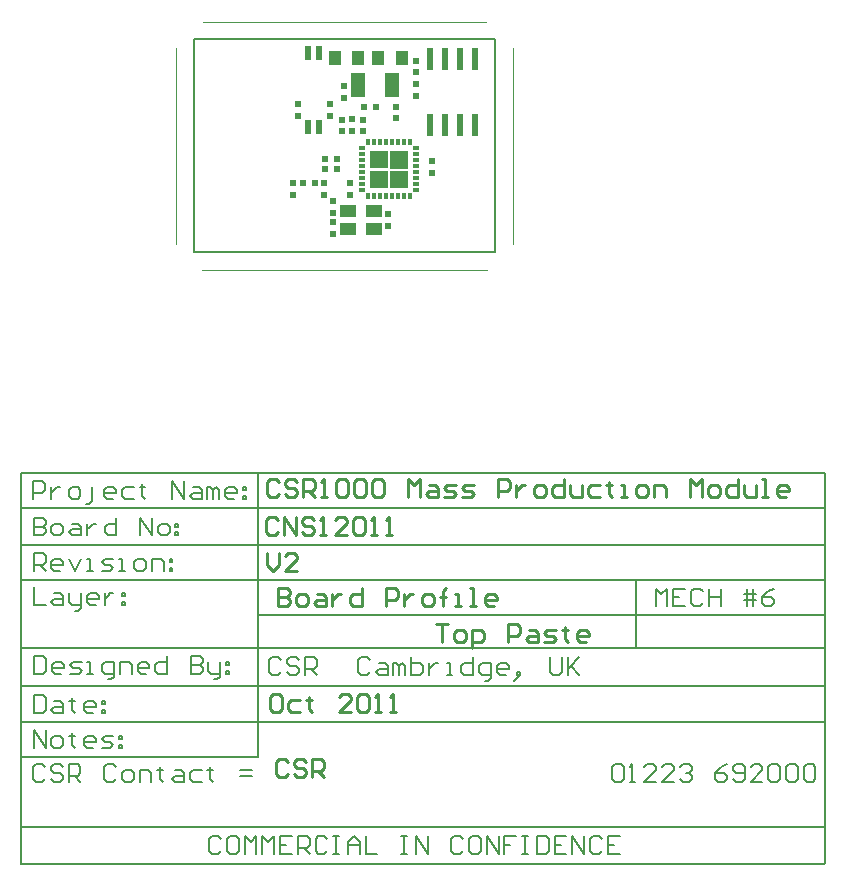
<source format=gtp>
%FSAX44Y44*%
%MOMM*%
G71*
G01*
G75*
G04 Layer_Color=8421504*
%ADD10R,0.6000X1.9000*%
%ADD11R,0.3500X0.5000*%
%ADD12R,0.5000X0.3500*%
%ADD13R,3.2000X3.2000*%
%ADD14R,1.4000X1.1000*%
%ADD15R,0.6000X1.2000*%
%ADD16R,1.3000X2.1000*%
%ADD17R,1.0000X1.2000*%
%ADD18R,0.5000X0.5000*%
%ADD19C,1.0000*%
%ADD20R,0.5000X0.5000*%
%ADD21C,0.2600*%
%ADD22C,0.2000*%
%ADD23C,0.1500*%
%ADD24C,0.4500*%
%ADD25C,0.3500*%
%ADD26C,0.1250*%
%ADD27C,0.4000*%
%ADD28C,0.2540*%
%ADD29C,0.3000*%
%ADD30C,0.5000*%
%ADD31C,0.0000*%
%ADD32C,0.1000*%
%ADD33R,1.0000X1.0000*%
%ADD34C,0.3000*%
%ADD35R,1.0000X1.0000*%
%ADD36C,3.0000*%
%ADD37C,0.6000*%
G36*
X00614940Y00854370D02*
X00599570D01*
Y00869400D01*
X00614940D01*
Y00854370D01*
D02*
G37*
G36*
X00598510D02*
X00583140D01*
Y00869400D01*
X00598510D01*
Y00854370D01*
D02*
G37*
G36*
X00598460Y00871220D02*
X00583090D01*
Y00886250D01*
X00598460D01*
Y00871220D01*
D02*
G37*
G36*
X00614980Y00871170D02*
X00599610D01*
Y00886200D01*
X00614980D01*
Y00871170D01*
D02*
G37*
D10*
X00634090Y00907600D02*
D03*
X00646790Y00907600D02*
D03*
X00659490Y00907600D02*
D03*
X00672190Y00907600D02*
D03*
X00634090Y00963600D02*
D03*
X00646790Y00963600D02*
D03*
X00659490Y00963600D02*
D03*
X00672190Y00963600D02*
D03*
D11*
X00581640Y00893350D02*
D03*
X00586640D02*
D03*
X00591640D02*
D03*
X00596640D02*
D03*
X00606640Y00847850D02*
D03*
X00601640D02*
D03*
X00596640D02*
D03*
X00591640D02*
D03*
X00586640D02*
D03*
X00581640D02*
D03*
X00616640Y00893350D02*
D03*
X00611640D02*
D03*
X00606640D02*
D03*
X00601640D02*
D03*
X00616640Y00847850D02*
D03*
X00611640D02*
D03*
D12*
X00576140Y00888350D02*
D03*
Y00883350D02*
D03*
Y00878350D02*
D03*
Y00873350D02*
D03*
Y00868350D02*
D03*
Y00863350D02*
D03*
Y00858350D02*
D03*
X00621890Y00878350D02*
D03*
Y00883600D02*
D03*
Y00888350D02*
D03*
Y00873350D02*
D03*
Y00868350D02*
D03*
Y00863350D02*
D03*
Y00858350D02*
D03*
Y00853350D02*
D03*
X00576140Y00853350D02*
D03*
D14*
X00586140Y00819600D02*
D03*
X00564140D02*
D03*
Y00835600D02*
D03*
X00586140Y00835600D02*
D03*
D15*
X00530640Y00906100D02*
D03*
Y00969100D02*
D03*
X00539640D02*
D03*
Y00906100D02*
D03*
D16*
X00573015Y00942100D02*
D03*
X00601265D02*
D03*
D17*
X00610140Y00964600D02*
D03*
X00590140D02*
D03*
X00553140D02*
D03*
X00573140D02*
D03*
D18*
X00518140Y00848600D02*
D03*
Y00858600D02*
D03*
X00622140Y00962600D02*
D03*
Y00952600D02*
D03*
X00577140Y00912600D02*
D03*
Y00902600D02*
D03*
X00635140Y00877600D02*
D03*
Y00867600D02*
D03*
X00622140Y00942600D02*
D03*
Y00932600D02*
D03*
X00552140Y00833600D02*
D03*
Y00843600D02*
D03*
X00561140Y00930850D02*
D03*
Y00940850D02*
D03*
X00598140Y00822600D02*
D03*
Y00832600D02*
D03*
X00549140Y00925600D02*
D03*
Y00915600D02*
D03*
X00522140Y00925600D02*
D03*
Y00915600D02*
D03*
X00552140Y00825600D02*
D03*
Y00815600D02*
D03*
X00559140Y00912600D02*
D03*
Y00902600D02*
D03*
X00544140Y00848600D02*
D03*
Y00858600D02*
D03*
X00605140Y00923600D02*
D03*
Y00913600D02*
D03*
X00567890Y00902850D02*
D03*
Y00912850D02*
D03*
X00566140Y00848600D02*
D03*
Y00858600D02*
D03*
D20*
X00578140Y00923100D02*
D03*
X00588140D02*
D03*
X00545140Y00870600D02*
D03*
X00555140D02*
D03*
X00526140Y00858600D02*
D03*
X00536140D02*
D03*
X00545140Y00879600D02*
D03*
X00555140D02*
D03*
D22*
X00967940Y00282760D02*
Y00432640D01*
X00287837Y00282569D02*
X00967836D01*
X00807837Y00465498D02*
Y00522569D01*
X00487940Y00493569D02*
X00761837D01*
X00487940Y00405173D02*
Y00432640D01*
X00287940Y00416569D02*
Y00432640D01*
X00757836Y00493569D02*
X00967940D01*
X00287837Y00372569D02*
X00487836D01*
X00287940Y00282760D02*
Y00416569D01*
Y00613760D02*
X00967940Y00613640D01*
X00287940Y00552640D02*
X00477940Y00552640D01*
X00287940Y00522640D02*
X00477940D01*
X00287940Y00432640D02*
X00477940D01*
X00287940Y00402640D02*
X00477940D01*
X00487940Y00432640D02*
Y00613760D01*
X00287940Y00432640D02*
Y00613760D01*
X00477940Y00552640D02*
X00967940D01*
X00477940Y00522640D02*
X00967940D01*
X00477940Y00432640D02*
X00967940D01*
X00477940Y00402640D02*
X00967940D01*
Y00432640D02*
Y00613640D01*
X00487940Y00372569D02*
Y00405173D01*
X00287940Y00465569D02*
X00967940D01*
X00287940Y00583569D02*
X00967940D01*
X00287940Y00313569D02*
X00967940D01*
X00456937Y00303256D02*
X00454437Y00305755D01*
X00449439D01*
X00446940Y00303256D01*
Y00293259D01*
X00449439Y00290760D01*
X00454437D01*
X00456937Y00293259D01*
X00469433Y00305755D02*
X00464434D01*
X00461935Y00303256D01*
Y00293259D01*
X00464434Y00290760D01*
X00469433D01*
X00471932Y00293259D01*
Y00303256D01*
X00469433Y00305755D01*
X00476930Y00290760D02*
Y00305755D01*
X00481929Y00300757D01*
X00486927Y00305755D01*
Y00290760D01*
X00491925D02*
Y00305755D01*
X00496924Y00300757D01*
X00501922Y00305755D01*
Y00290760D01*
X00516917Y00305755D02*
X00506921D01*
Y00290760D01*
X00516917D01*
X00506921Y00298258D02*
X00511919D01*
X00521916Y00290760D02*
Y00305755D01*
X00529413D01*
X00531912Y00303256D01*
Y00298258D01*
X00529413Y00295758D01*
X00521916D01*
X00526914D02*
X00531912Y00290760D01*
X00546908Y00303256D02*
X00544408Y00305755D01*
X00539410D01*
X00536911Y00303256D01*
Y00293259D01*
X00539410Y00290760D01*
X00544408D01*
X00546908Y00293259D01*
X00551906Y00305755D02*
X00556904D01*
X00554405D01*
Y00290760D01*
X00551906D01*
X00556904D01*
X00564402D02*
Y00300757D01*
X00569400Y00305755D01*
X00574399Y00300757D01*
Y00290760D01*
Y00298258D01*
X00564402D01*
X00579397Y00305755D02*
Y00290760D01*
X00589394D01*
X00609387Y00305755D02*
X00614386D01*
X00611887D01*
Y00290760D01*
X00609387D01*
X00614386D01*
X00621883D02*
Y00305755D01*
X00631880Y00290760D01*
Y00305755D01*
X00661870Y00303256D02*
X00659371Y00305755D01*
X00654373D01*
X00651874Y00303256D01*
Y00293259D01*
X00654373Y00290760D01*
X00659371D01*
X00661870Y00293259D01*
X00674366Y00305755D02*
X00669368D01*
X00666869Y00303256D01*
Y00293259D01*
X00669368Y00290760D01*
X00674366D01*
X00676865Y00293259D01*
Y00303256D01*
X00674366Y00305755D01*
X00681864Y00290760D02*
Y00305755D01*
X00691861Y00290760D01*
Y00305755D01*
X00706856D02*
X00696859D01*
Y00298258D01*
X00701857D01*
X00696859D01*
Y00290760D01*
X00711854Y00305755D02*
X00716853D01*
X00714353D01*
Y00290760D01*
X00711854D01*
X00716853D01*
X00724350Y00305755D02*
Y00290760D01*
X00731848D01*
X00734347Y00293259D01*
Y00303256D01*
X00731848Y00305755D01*
X00724350D01*
X00749342D02*
X00739345D01*
Y00290760D01*
X00749342D01*
X00739345Y00298258D02*
X00744344D01*
X00754341Y00290760D02*
Y00305755D01*
X00764337Y00290760D01*
Y00305755D01*
X00779332Y00303256D02*
X00776833Y00305755D01*
X00771835D01*
X00769336Y00303256D01*
Y00293259D01*
X00771835Y00290760D01*
X00776833D01*
X00779332Y00293259D01*
X00794327Y00305755D02*
X00784331D01*
Y00290760D01*
X00794327D01*
X00784331Y00298258D02*
X00789329D01*
X00298336Y00380569D02*
Y00395564D01*
X00308333Y00380569D01*
Y00395564D01*
X00315831Y00380569D02*
X00320829D01*
X00323328Y00383068D01*
Y00388067D01*
X00320829Y00390566D01*
X00315831D01*
X00313332Y00388067D01*
Y00383068D01*
X00315831Y00380569D01*
X00330826Y00393065D02*
Y00390566D01*
X00328327D01*
X00333325D01*
X00330826D01*
Y00383068D01*
X00333325Y00380569D01*
X00348320D02*
X00343322D01*
X00340823Y00383068D01*
Y00388067D01*
X00343322Y00390566D01*
X00348320D01*
X00350819Y00388067D01*
Y00385568D01*
X00340823D01*
X00355818Y00380569D02*
X00363315D01*
X00365815Y00383068D01*
X00363315Y00385568D01*
X00358317D01*
X00355818Y00388067D01*
X00358317Y00390566D01*
X00365815D01*
X00370813D02*
X00373312D01*
Y00388067D01*
X00370813D01*
Y00390566D01*
Y00383068D02*
X00373312D01*
Y00380569D01*
X00370813D01*
Y00383068D01*
X00298336Y00530569D02*
Y00545564D01*
X00305834D01*
X00308333Y00543065D01*
Y00538067D01*
X00305834Y00535568D01*
X00298336D01*
X00303335D02*
X00308333Y00530569D01*
X00320829D02*
X00315831D01*
X00313332Y00533068D01*
Y00538067D01*
X00315831Y00540566D01*
X00320829D01*
X00323328Y00538067D01*
Y00535568D01*
X00313332D01*
X00328327Y00540566D02*
X00333325Y00530569D01*
X00338324Y00540566D01*
X00343322Y00530569D02*
X00348320D01*
X00345821D01*
Y00540566D01*
X00343322D01*
X00355818Y00530569D02*
X00363315D01*
X00365815Y00533068D01*
X00363315Y00535568D01*
X00358317D01*
X00355818Y00538067D01*
X00358317Y00540566D01*
X00365815D01*
X00370813Y00530569D02*
X00375811D01*
X00373312D01*
Y00540566D01*
X00370813D01*
X00385808Y00530569D02*
X00390807D01*
X00393306Y00533068D01*
Y00538067D01*
X00390807Y00540566D01*
X00385808D01*
X00383309Y00538067D01*
Y00533068D01*
X00385808Y00530569D01*
X00398304D02*
Y00540566D01*
X00405802D01*
X00408301Y00538067D01*
Y00530569D01*
X00413299Y00540566D02*
X00415798D01*
Y00538067D01*
X00413299D01*
Y00540566D01*
Y00533068D02*
X00415798D01*
Y00530569D01*
X00413299D01*
Y00533068D01*
X00298336Y00516564D02*
Y00501569D01*
X00308333D01*
X00315831Y00511566D02*
X00320829D01*
X00323328Y00509067D01*
Y00501569D01*
X00315831D01*
X00313332Y00504068D01*
X00315831Y00506567D01*
X00323328D01*
X00328327Y00511566D02*
Y00504068D01*
X00330826Y00501569D01*
X00338324D01*
Y00499070D01*
X00335824Y00496571D01*
X00333325D01*
X00338324Y00501569D02*
Y00511566D01*
X00350819Y00501569D02*
X00345821D01*
X00343322Y00504068D01*
Y00509067D01*
X00345821Y00511566D01*
X00350819D01*
X00353319Y00509067D01*
Y00506567D01*
X00343322D01*
X00358317Y00511566D02*
Y00501569D01*
Y00506567D01*
X00360816Y00509067D01*
X00363315Y00511566D01*
X00365815D01*
X00373312D02*
X00375811D01*
Y00509067D01*
X00373312D01*
Y00511566D01*
Y00504068D02*
X00375811D01*
Y00501569D01*
X00373312D01*
Y00504068D01*
X00298836Y00458564D02*
Y00443569D01*
X00306334D01*
X00308833Y00446068D01*
Y00456065D01*
X00306334Y00458564D01*
X00298836D01*
X00321329Y00443569D02*
X00316331D01*
X00313832Y00446068D01*
Y00451067D01*
X00316331Y00453566D01*
X00321329D01*
X00323828Y00451067D01*
Y00448568D01*
X00313832D01*
X00328827Y00443569D02*
X00336324D01*
X00338824Y00446068D01*
X00336324Y00448568D01*
X00331326D01*
X00328827Y00451067D01*
X00331326Y00453566D01*
X00338824D01*
X00343822Y00443569D02*
X00348820D01*
X00346321D01*
Y00453566D01*
X00343822D01*
X00361316Y00438571D02*
X00363815D01*
X00366315Y00441070D01*
Y00453566D01*
X00358817D01*
X00356318Y00451067D01*
Y00446068D01*
X00358817Y00443569D01*
X00366315D01*
X00371313D02*
Y00453566D01*
X00378811D01*
X00381310Y00451067D01*
Y00443569D01*
X00393806D02*
X00388807D01*
X00386308Y00446068D01*
Y00451067D01*
X00388807Y00453566D01*
X00393806D01*
X00396305Y00451067D01*
Y00448568D01*
X00386308D01*
X00411300Y00458564D02*
Y00443569D01*
X00403802D01*
X00401303Y00446068D01*
Y00451067D01*
X00403802Y00453566D01*
X00411300D01*
X00431293Y00458564D02*
Y00443569D01*
X00438791D01*
X00441290Y00446068D01*
Y00448568D01*
X00438791Y00451067D01*
X00431293D01*
X00438791D01*
X00441290Y00453566D01*
Y00456065D01*
X00438791Y00458564D01*
X00431293D01*
X00446289Y00453566D02*
Y00446068D01*
X00448788Y00443569D01*
X00456285D01*
Y00441070D01*
X00453786Y00438571D01*
X00451287D01*
X00456285Y00443569D02*
Y00453566D01*
X00461284D02*
X00463783D01*
Y00451067D01*
X00461284D01*
Y00453566D01*
Y00446068D02*
X00463783D01*
Y00443569D01*
X00461284D01*
Y00446068D01*
X00298336Y00425564D02*
Y00410569D01*
X00305834D01*
X00308333Y00413068D01*
Y00423065D01*
X00305834Y00425564D01*
X00298336D01*
X00315831Y00420566D02*
X00320829D01*
X00323328Y00418067D01*
Y00410569D01*
X00315831D01*
X00313332Y00413068D01*
X00315831Y00415568D01*
X00323328D01*
X00330826Y00423065D02*
Y00420566D01*
X00328327D01*
X00333325D01*
X00330826D01*
Y00413068D01*
X00333325Y00410569D01*
X00348320D02*
X00343322D01*
X00340823Y00413068D01*
Y00418067D01*
X00343322Y00420566D01*
X00348320D01*
X00350819Y00418067D01*
Y00415568D01*
X00340823D01*
X00355818Y00420566D02*
X00358317D01*
Y00418067D01*
X00355818D01*
Y00420566D01*
Y00413068D02*
X00358317D01*
Y00410569D01*
X00355818D01*
Y00413068D01*
X00507937Y00455136D02*
X00505438Y00457635D01*
X00500439D01*
X00497940Y00455136D01*
Y00445139D01*
X00500439Y00442640D01*
X00505438D01*
X00507937Y00445139D01*
X00522932Y00455136D02*
X00520433Y00457635D01*
X00515434D01*
X00512935Y00455136D01*
Y00452637D01*
X00515434Y00450137D01*
X00520433D01*
X00522932Y00447638D01*
Y00445139D01*
X00520433Y00442640D01*
X00515434D01*
X00512935Y00445139D01*
X00527930Y00442640D02*
Y00457635D01*
X00535428D01*
X00537927Y00455136D01*
Y00450137D01*
X00535428Y00447638D01*
X00527930D01*
X00532929D02*
X00537927Y00442640D01*
X00582912Y00455136D02*
X00580413Y00457635D01*
X00575415D01*
X00572916Y00455136D01*
Y00445139D01*
X00575415Y00442640D01*
X00580413D01*
X00582912Y00445139D01*
X00590410Y00452637D02*
X00595409D01*
X00597908Y00450137D01*
Y00442640D01*
X00590410D01*
X00587911Y00445139D01*
X00590410Y00447638D01*
X00597908D01*
X00602906Y00442640D02*
Y00452637D01*
X00605405D01*
X00607904Y00450137D01*
Y00442640D01*
Y00450137D01*
X00610404Y00452637D01*
X00612903Y00450137D01*
Y00442640D01*
X00617901Y00457635D02*
Y00442640D01*
X00625399D01*
X00627898Y00445139D01*
Y00447638D01*
Y00450137D01*
X00625399Y00452637D01*
X00617901D01*
X00632896D02*
Y00442640D01*
Y00447638D01*
X00635396Y00450137D01*
X00637895Y00452637D01*
X00640394D01*
X00647891Y00442640D02*
X00652890D01*
X00650391D01*
Y00452637D01*
X00647891D01*
X00670384Y00457635D02*
Y00442640D01*
X00662887D01*
X00660387Y00445139D01*
Y00450137D01*
X00662887Y00452637D01*
X00670384D01*
X00680381Y00437641D02*
X00682880D01*
X00685379Y00440141D01*
Y00452637D01*
X00677882D01*
X00675383Y00450137D01*
Y00445139D01*
X00677882Y00442640D01*
X00685379D01*
X00697875D02*
X00692877D01*
X00690378Y00445139D01*
Y00450137D01*
X00692877Y00452637D01*
X00697875D01*
X00700375Y00450137D01*
Y00447638D01*
X00690378D01*
X00707872Y00440141D02*
X00710371Y00442640D01*
Y00445139D01*
X00707872D01*
Y00442640D01*
X00710371D01*
X00707872Y00440141D01*
X00705373Y00437641D01*
X00735363Y00457635D02*
Y00445139D01*
X00737862Y00442640D01*
X00742861D01*
X00745360Y00445139D01*
Y00457635D01*
X00750358D02*
Y00442640D01*
Y00447638D01*
X00760355Y00457635D01*
X00752858Y00450137D01*
X00760355Y00442640D01*
X00824837Y00500569D02*
Y00515564D01*
X00829835Y00510566D01*
X00834834Y00515564D01*
Y00500569D01*
X00849829Y00515564D02*
X00839832D01*
Y00500569D01*
X00849829D01*
X00839832Y00508067D02*
X00844830D01*
X00864824Y00513065D02*
X00862325Y00515564D01*
X00857327D01*
X00854827Y00513065D01*
Y00503068D01*
X00857327Y00500569D01*
X00862325D01*
X00864824Y00503068D01*
X00869822Y00515564D02*
Y00500569D01*
Y00508067D01*
X00879819D01*
Y00515564D01*
Y00500569D01*
X00902312D02*
Y00515564D01*
X00907310D02*
Y00500569D01*
X00899813Y00510566D02*
X00907310D01*
X00909809D01*
X00899813Y00505567D02*
X00909809D01*
X00924805Y00515564D02*
X00919806Y00513065D01*
X00914808Y00508067D01*
Y00503068D01*
X00917307Y00500569D01*
X00922305D01*
X00924805Y00503068D01*
Y00505567D01*
X00922305Y00508067D01*
X00914808D01*
X00298336Y00575564D02*
Y00560569D01*
X00305834D01*
X00308333Y00563068D01*
Y00565568D01*
X00305834Y00568067D01*
X00298336D01*
X00305834D01*
X00308333Y00570566D01*
Y00573065D01*
X00305834Y00575564D01*
X00298336D01*
X00315831Y00560569D02*
X00320829D01*
X00323328Y00563068D01*
Y00568067D01*
X00320829Y00570566D01*
X00315831D01*
X00313332Y00568067D01*
Y00563068D01*
X00315831Y00560569D01*
X00330826Y00570566D02*
X00335824D01*
X00338324Y00568067D01*
Y00560569D01*
X00330826D01*
X00328327Y00563068D01*
X00330826Y00565568D01*
X00338324D01*
X00343322Y00570566D02*
Y00560569D01*
Y00565568D01*
X00345821Y00568067D01*
X00348320Y00570566D01*
X00350819D01*
X00368314Y00575564D02*
Y00560569D01*
X00360816D01*
X00358317Y00563068D01*
Y00568067D01*
X00360816Y00570566D01*
X00368314D01*
X00388307Y00560569D02*
Y00575564D01*
X00398304Y00560569D01*
Y00575564D01*
X00405802Y00560569D02*
X00410800D01*
X00413299Y00563068D01*
Y00568067D01*
X00410800Y00570566D01*
X00405802D01*
X00403302Y00568067D01*
Y00563068D01*
X00405802Y00560569D01*
X00418298Y00570566D02*
X00420797D01*
Y00568067D01*
X00418298D01*
Y00570566D01*
Y00563068D02*
X00420797D01*
Y00560569D01*
X00418298D01*
Y00563068D01*
X00307937Y00364256D02*
X00305438Y00366755D01*
X00300439D01*
X00297940Y00364256D01*
Y00354259D01*
X00300439Y00351760D01*
X00305438D01*
X00307937Y00354259D01*
X00322932Y00364256D02*
X00320433Y00366755D01*
X00315434D01*
X00312935Y00364256D01*
Y00361757D01*
X00315434Y00359258D01*
X00320433D01*
X00322932Y00356758D01*
Y00354259D01*
X00320433Y00351760D01*
X00315434D01*
X00312935Y00354259D01*
X00327930Y00351760D02*
Y00366755D01*
X00335428D01*
X00337927Y00364256D01*
Y00359258D01*
X00335428Y00356758D01*
X00327930D01*
X00332929D02*
X00337927Y00351760D01*
X00367917Y00364256D02*
X00365418Y00366755D01*
X00360420D01*
X00357921Y00364256D01*
Y00354259D01*
X00360420Y00351760D01*
X00365418D01*
X00367917Y00354259D01*
X00375415Y00351760D02*
X00380413D01*
X00382912Y00354259D01*
Y00359258D01*
X00380413Y00361757D01*
X00375415D01*
X00372916Y00359258D01*
Y00354259D01*
X00375415Y00351760D01*
X00387911D02*
Y00361757D01*
X00395408D01*
X00397908Y00359258D01*
Y00351760D01*
X00405405Y00364256D02*
Y00361757D01*
X00402906D01*
X00407904D01*
X00405405D01*
Y00354259D01*
X00407904Y00351760D01*
X00417901Y00361757D02*
X00422900D01*
X00425399Y00359258D01*
Y00351760D01*
X00417901D01*
X00415402Y00354259D01*
X00417901Y00356758D01*
X00425399D01*
X00440394Y00361757D02*
X00432896D01*
X00430397Y00359258D01*
Y00354259D01*
X00432896Y00351760D01*
X00440394D01*
X00447891Y00364256D02*
Y00361757D01*
X00445392D01*
X00450391D01*
X00447891D01*
Y00354259D01*
X00450391Y00351760D01*
X00472883Y00356758D02*
X00482880D01*
X00472883Y00361757D02*
X00482880D01*
X00787781Y00364256D02*
X00790281Y00366755D01*
X00795279D01*
X00797778Y00364256D01*
Y00354259D01*
X00795279Y00351760D01*
X00790281D01*
X00787781Y00354259D01*
Y00364256D01*
X00802776Y00351760D02*
X00807775D01*
X00805276D01*
Y00366755D01*
X00802776Y00364256D01*
X00825269Y00351760D02*
X00815273D01*
X00825269Y00361757D01*
Y00364256D01*
X00822770Y00366755D01*
X00817772D01*
X00815273Y00364256D01*
X00840264Y00351760D02*
X00830268D01*
X00840264Y00361757D01*
Y00364256D01*
X00837765Y00366755D01*
X00832767D01*
X00830268Y00364256D01*
X00845263D02*
X00847762Y00366755D01*
X00852760D01*
X00855259Y00364256D01*
Y00361757D01*
X00852760Y00359258D01*
X00850261D01*
X00852760D01*
X00855259Y00356758D01*
Y00354259D01*
X00852760Y00351760D01*
X00847762D01*
X00845263Y00354259D01*
X00885250Y00366755D02*
X00880251Y00364256D01*
X00875253Y00359258D01*
Y00354259D01*
X00877752Y00351760D01*
X00882751D01*
X00885250Y00354259D01*
Y00356758D01*
X00882751Y00359258D01*
X00875253D01*
X00890248Y00354259D02*
X00892747Y00351760D01*
X00897746D01*
X00900245Y00354259D01*
Y00364256D01*
X00897746Y00366755D01*
X00892747D01*
X00890248Y00364256D01*
Y00361757D01*
X00892747Y00359258D01*
X00900245D01*
X00915240Y00351760D02*
X00905243D01*
X00915240Y00361757D01*
Y00364256D01*
X00912741Y00366755D01*
X00907742D01*
X00905243Y00364256D01*
X00920238D02*
X00922738Y00366755D01*
X00927736D01*
X00930235Y00364256D01*
Y00354259D01*
X00927736Y00351760D01*
X00922738D01*
X00920238Y00354259D01*
Y00364256D01*
X00935234D02*
X00937733Y00366755D01*
X00942731D01*
X00945230Y00364256D01*
Y00354259D01*
X00942731Y00351760D01*
X00937733D01*
X00935234Y00354259D01*
Y00364256D01*
X00950229D02*
X00952728Y00366755D01*
X00957726D01*
X00960226Y00364256D01*
Y00354259D01*
X00957726Y00351760D01*
X00952728D01*
X00950229Y00354259D01*
Y00364256D01*
X00297940Y00591760D02*
Y00606755D01*
X00305438D01*
X00307937Y00604256D01*
Y00599258D01*
X00305438Y00596758D01*
X00297940D01*
X00312935Y00601757D02*
Y00591760D01*
Y00596758D01*
X00315434Y00599258D01*
X00317934Y00601757D01*
X00320433D01*
X00330429Y00591760D02*
X00335428D01*
X00337927Y00594259D01*
Y00599258D01*
X00335428Y00601757D01*
X00330429D01*
X00327930Y00599258D01*
Y00594259D01*
X00330429Y00591760D01*
X00342925Y00586762D02*
X00345425D01*
X00347924Y00589261D01*
Y00601757D01*
X00365418Y00591760D02*
X00360420D01*
X00357921Y00594259D01*
Y00599258D01*
X00360420Y00601757D01*
X00365418D01*
X00367917Y00599258D01*
Y00596758D01*
X00357921D01*
X00382912Y00601757D02*
X00375415D01*
X00372916Y00599258D01*
Y00594259D01*
X00375415Y00591760D01*
X00382912D01*
X00390410Y00604256D02*
Y00601757D01*
X00387911D01*
X00392909D01*
X00390410D01*
Y00594259D01*
X00392909Y00591760D01*
X00415402D02*
Y00606755D01*
X00425399Y00591760D01*
Y00606755D01*
X00432896Y00601757D02*
X00437895D01*
X00440394Y00599258D01*
Y00591760D01*
X00432896D01*
X00430397Y00594259D01*
X00432896Y00596758D01*
X00440394D01*
X00445392Y00591760D02*
Y00601757D01*
X00447891D01*
X00450391Y00599258D01*
Y00591760D01*
Y00599258D01*
X00452890Y00601757D01*
X00455389Y00599258D01*
Y00591760D01*
X00467885D02*
X00462887D01*
X00460387Y00594259D01*
Y00599258D01*
X00462887Y00601757D01*
X00467885D01*
X00470384Y00599258D01*
Y00596758D01*
X00460387D01*
X00475382Y00601757D02*
X00477882D01*
Y00599258D01*
X00475382D01*
Y00601757D01*
Y00594259D02*
X00477882D01*
Y00591760D01*
X00475382D01*
Y00594259D01*
D23*
X00434140Y00800600D02*
Y00980600D01*
X00689140D01*
Y00800600D02*
Y00980600D01*
X00434140Y00800600D02*
X00689140D01*
D28*
X00639140Y00485835D02*
X00649297D01*
X00644218D01*
Y00470600D01*
X00656914D02*
X00661993D01*
X00664532Y00473139D01*
Y00478218D01*
X00661993Y00480757D01*
X00656914D01*
X00654375Y00478218D01*
Y00473139D01*
X00656914Y00470600D01*
X00669610Y00465522D02*
Y00480757D01*
X00677228D01*
X00679767Y00478218D01*
Y00473139D01*
X00677228Y00470600D01*
X00669610D01*
X00700080D02*
Y00485835D01*
X00707698D01*
X00710237Y00483296D01*
Y00478218D01*
X00707698Y00475678D01*
X00700080D01*
X00717855Y00480757D02*
X00722933D01*
X00725472Y00478218D01*
Y00470600D01*
X00717855D01*
X00715315Y00473139D01*
X00717855Y00475678D01*
X00725472D01*
X00730551Y00470600D02*
X00738168D01*
X00740707Y00473139D01*
X00738168Y00475678D01*
X00733090D01*
X00730551Y00478218D01*
X00733090Y00480757D01*
X00740707D01*
X00748325Y00483296D02*
Y00480757D01*
X00745786D01*
X00750864D01*
X00748325D01*
Y00473139D01*
X00750864Y00470600D01*
X00766099D02*
X00761021D01*
X00758481Y00473139D01*
Y00478218D01*
X00761021Y00480757D01*
X00766099D01*
X00768638Y00478218D01*
Y00475678D01*
X00758481D01*
X00505070Y00516085D02*
Y00500850D01*
X00512687D01*
X00515227Y00503389D01*
Y00505928D01*
X00512687Y00508467D01*
X00505070D01*
X00512687D01*
X00515227Y00511007D01*
Y00513546D01*
X00512687Y00516085D01*
X00505070D01*
X00522844Y00500850D02*
X00527923D01*
X00530462Y00503389D01*
Y00508467D01*
X00527923Y00511007D01*
X00522844D01*
X00520305Y00508467D01*
Y00503389D01*
X00522844Y00500850D01*
X00538079Y00511007D02*
X00543158D01*
X00545697Y00508467D01*
Y00500850D01*
X00538079D01*
X00535540Y00503389D01*
X00538079Y00505928D01*
X00545697D01*
X00550775Y00511007D02*
Y00500850D01*
Y00505928D01*
X00553314Y00508467D01*
X00555854Y00511007D01*
X00558393D01*
X00576167Y00516085D02*
Y00500850D01*
X00568549D01*
X00566010Y00503389D01*
Y00508467D01*
X00568549Y00511007D01*
X00576167D01*
X00596480Y00500850D02*
Y00516085D01*
X00604098D01*
X00606637Y00513546D01*
Y00508467D01*
X00604098Y00505928D01*
X00596480D01*
X00611716Y00511007D02*
Y00500850D01*
Y00505928D01*
X00614255Y00508467D01*
X00616794Y00511007D01*
X00619333D01*
X00629490Y00500850D02*
X00634568D01*
X00637107Y00503389D01*
Y00508467D01*
X00634568Y00511007D01*
X00629490D01*
X00626951Y00508467D01*
Y00503389D01*
X00629490Y00500850D01*
X00644725D02*
Y00513546D01*
Y00508467D01*
X00642186D01*
X00647264D01*
X00644725D01*
Y00513546D01*
X00647264Y00516085D01*
X00654882Y00500850D02*
X00659960D01*
X00657421D01*
Y00511007D01*
X00654882D01*
X00667577Y00500850D02*
X00672656D01*
X00670117D01*
Y00516085D01*
X00667577D01*
X00687891Y00500850D02*
X00682812D01*
X00680273Y00503389D01*
Y00508467D01*
X00682812Y00511007D01*
X00687891D01*
X00690430Y00508467D01*
Y00505928D01*
X00680273D01*
X00506097Y00605456D02*
X00503558Y00607995D01*
X00498479D01*
X00495940Y00605456D01*
Y00595299D01*
X00498479Y00592760D01*
X00503558D01*
X00506097Y00595299D01*
X00521332Y00605456D02*
X00518793Y00607995D01*
X00513714D01*
X00511175Y00605456D01*
Y00602917D01*
X00513714Y00600378D01*
X00518793D01*
X00521332Y00597838D01*
Y00595299D01*
X00518793Y00592760D01*
X00513714D01*
X00511175Y00595299D01*
X00526410Y00592760D02*
Y00607995D01*
X00534028D01*
X00536567Y00605456D01*
Y00600378D01*
X00534028Y00597838D01*
X00526410D01*
X00531488D02*
X00536567Y00592760D01*
X00541645D02*
X00546724D01*
X00544184D01*
Y00607995D01*
X00541645Y00605456D01*
X00554341D02*
X00556880Y00607995D01*
X00561959D01*
X00564498Y00605456D01*
Y00595299D01*
X00561959Y00592760D01*
X00556880D01*
X00554341Y00595299D01*
Y00605456D01*
X00569576D02*
X00572115Y00607995D01*
X00577194D01*
X00579733Y00605456D01*
Y00595299D01*
X00577194Y00592760D01*
X00572115D01*
X00569576Y00595299D01*
Y00605456D01*
X00584811D02*
X00587350Y00607995D01*
X00592429D01*
X00594968Y00605456D01*
Y00595299D01*
X00592429Y00592760D01*
X00587350D01*
X00584811Y00595299D01*
Y00605456D01*
X00615281Y00592760D02*
Y00607995D01*
X00620360Y00602917D01*
X00625438Y00607995D01*
Y00592760D01*
X00633056Y00602917D02*
X00638134D01*
X00640673Y00600378D01*
Y00592760D01*
X00633056D01*
X00630517Y00595299D01*
X00633056Y00597838D01*
X00640673D01*
X00645751Y00592760D02*
X00653369D01*
X00655908Y00595299D01*
X00653369Y00597838D01*
X00648291D01*
X00645751Y00600378D01*
X00648291Y00602917D01*
X00655908D01*
X00660987Y00592760D02*
X00668604D01*
X00671143Y00595299D01*
X00668604Y00597838D01*
X00663526D01*
X00660987Y00600378D01*
X00663526Y00602917D01*
X00671143D01*
X00691457Y00592760D02*
Y00607995D01*
X00699074D01*
X00701613Y00605456D01*
Y00600378D01*
X00699074Y00597838D01*
X00691457D01*
X00706692Y00602917D02*
Y00592760D01*
Y00597838D01*
X00709231Y00600378D01*
X00711770Y00602917D01*
X00714309D01*
X00724466Y00592760D02*
X00729544D01*
X00732084Y00595299D01*
Y00600378D01*
X00729544Y00602917D01*
X00724466D01*
X00721927Y00600378D01*
Y00595299D01*
X00724466Y00592760D01*
X00747319Y00607995D02*
Y00592760D01*
X00739701D01*
X00737162Y00595299D01*
Y00600378D01*
X00739701Y00602917D01*
X00747319D01*
X00752397D02*
Y00595299D01*
X00754936Y00592760D01*
X00762554D01*
Y00602917D01*
X00777789D02*
X00770171D01*
X00767632Y00600378D01*
Y00595299D01*
X00770171Y00592760D01*
X00777789D01*
X00785406Y00605456D02*
Y00602917D01*
X00782867D01*
X00787945D01*
X00785406D01*
Y00595299D01*
X00787945Y00592760D01*
X00795563D02*
X00800641D01*
X00798102D01*
Y00602917D01*
X00795563D01*
X00810798Y00592760D02*
X00815876D01*
X00818416Y00595299D01*
Y00600378D01*
X00815876Y00602917D01*
X00810798D01*
X00808259Y00600378D01*
Y00595299D01*
X00810798Y00592760D01*
X00823494D02*
Y00602917D01*
X00831112D01*
X00833651Y00600378D01*
Y00592760D01*
X00853964D02*
Y00607995D01*
X00859043Y00602917D01*
X00864121Y00607995D01*
Y00592760D01*
X00871738D02*
X00876817D01*
X00879356Y00595299D01*
Y00600378D01*
X00876817Y00602917D01*
X00871738D01*
X00869199Y00600378D01*
Y00595299D01*
X00871738Y00592760D01*
X00894591Y00607995D02*
Y00592760D01*
X00886973D01*
X00884434Y00595299D01*
Y00600378D01*
X00886973Y00602917D01*
X00894591D01*
X00899669D02*
Y00595299D01*
X00902209Y00592760D01*
X00909826D01*
Y00602917D01*
X00914904Y00592760D02*
X00919983D01*
X00917444D01*
Y00607995D01*
X00914904D01*
X00935218Y00592760D02*
X00930139D01*
X00927600Y00595299D01*
Y00600378D01*
X00930139Y00602917D01*
X00935218D01*
X00937757Y00600378D01*
Y00597838D01*
X00927600D01*
X00505097Y00573706D02*
X00502557Y00576245D01*
X00497479D01*
X00494940Y00573706D01*
Y00563549D01*
X00497479Y00561010D01*
X00502557D01*
X00505097Y00563549D01*
X00510175Y00561010D02*
Y00576245D01*
X00520332Y00561010D01*
Y00576245D01*
X00535567Y00573706D02*
X00533028Y00576245D01*
X00527949D01*
X00525410Y00573706D01*
Y00571167D01*
X00527949Y00568628D01*
X00533028D01*
X00535567Y00566088D01*
Y00563549D01*
X00533028Y00561010D01*
X00527949D01*
X00525410Y00563549D01*
X00540645Y00561010D02*
X00545724D01*
X00543184D01*
Y00576245D01*
X00540645Y00573706D01*
X00563498Y00561010D02*
X00553341D01*
X00563498Y00571167D01*
Y00573706D01*
X00560959Y00576245D01*
X00555880D01*
X00553341Y00573706D01*
X00568576D02*
X00571115Y00576245D01*
X00576194D01*
X00578733Y00573706D01*
Y00563549D01*
X00576194Y00561010D01*
X00571115D01*
X00568576Y00563549D01*
Y00573706D01*
X00583811Y00561010D02*
X00588890D01*
X00586350D01*
Y00576245D01*
X00583811Y00573706D01*
X00596507Y00561010D02*
X00601586D01*
X00599046D01*
Y00576245D01*
X00596507Y00573706D01*
X00495690Y00545495D02*
Y00535338D01*
X00500768Y00530260D01*
X00505847Y00535338D01*
Y00545495D01*
X00521082Y00530260D02*
X00510925D01*
X00521082Y00540417D01*
Y00542956D01*
X00518543Y00545495D01*
X00513464D01*
X00510925Y00542956D01*
X00513847Y00368956D02*
X00511307Y00371495D01*
X00506229D01*
X00503690Y00368956D01*
Y00358799D01*
X00506229Y00356260D01*
X00511307D01*
X00513847Y00358799D01*
X00529082Y00368956D02*
X00526543Y00371495D01*
X00521464D01*
X00518925Y00368956D01*
Y00366417D01*
X00521464Y00363877D01*
X00526543D01*
X00529082Y00361338D01*
Y00358799D01*
X00526543Y00356260D01*
X00521464D01*
X00518925Y00358799D01*
X00534160Y00356260D02*
Y00371495D01*
X00541778D01*
X00544317Y00368956D01*
Y00363877D01*
X00541778Y00361338D01*
X00534160D01*
X00539239D02*
X00544317Y00356260D01*
X00506307Y00426245D02*
X00501229D01*
X00498690Y00423706D01*
Y00413549D01*
X00501229Y00411010D01*
X00506307D01*
X00508847Y00413549D01*
Y00423706D01*
X00506307Y00426245D01*
X00524082Y00421167D02*
X00516464D01*
X00513925Y00418628D01*
Y00413549D01*
X00516464Y00411010D01*
X00524082D01*
X00531699Y00423706D02*
Y00421167D01*
X00529160D01*
X00534239D01*
X00531699D01*
Y00413549D01*
X00534239Y00411010D01*
X00567248D02*
X00557091D01*
X00567248Y00421167D01*
Y00423706D01*
X00564709Y00426245D01*
X00559630D01*
X00557091Y00423706D01*
X00572326D02*
X00574865Y00426245D01*
X00579944D01*
X00582483Y00423706D01*
Y00413549D01*
X00579944Y00411010D01*
X00574865D01*
X00572326Y00413549D01*
Y00423706D01*
X00587561Y00411010D02*
X00592640D01*
X00590100D01*
Y00426245D01*
X00587561Y00423706D01*
X00600257Y00411010D02*
X00605336D01*
X00602796D01*
Y00426245D01*
X00600257Y00423706D01*
D31*
X00653980Y00980600D02*
X00674300D01*
X00613980D02*
X00634300D01*
X00513980Y00800600D02*
X00534300D01*
X00573980D02*
X00594300D01*
X00553980D02*
X00574300D01*
X00533980D02*
X00554300D01*
X00593980D02*
X00614300D01*
X00613980D02*
X00634300D01*
X00633980D02*
X00654300D01*
X00653980D02*
X00674300D01*
X00689140Y00820440D02*
Y00840760D01*
Y00840440D02*
Y00860760D01*
Y00860440D02*
Y00880760D01*
Y00880440D02*
Y00900760D01*
Y00900440D02*
Y00920760D01*
Y00920440D02*
Y00940760D01*
Y00940690D02*
Y00961010D01*
X00593980Y00980600D02*
X00614300D01*
X00573980D02*
X00594300D01*
D32*
X00441640Y00995600D02*
X00681640D01*
X00703890Y00973350D02*
X00704140Y00807600D01*
X00441140Y00785600D02*
X00682140D01*
X00419140Y00807600D02*
Y00973600D01*
M02*

</source>
